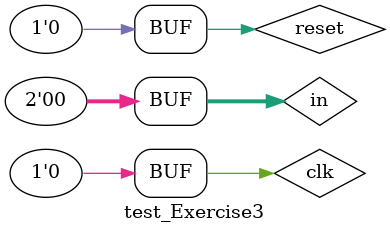
<source format=v>
`timescale 1ns/1ns

module test_Exercise3;
	reg clk;
	reg [1:0] in; //1 num, 0 pos
	reg reset;
	wire [6:0] HEX5, HEX4, HEX3, HEX2, HEX1, HEX0;
	wire [3:0] num;
	wire [3:0] addr;
	
	Exercise3 Exercise3_test(.KEY(in), .CLOCK_50(clk), .reset(reset), .num(num), .addr(addr), .HEX5(HEX5), .HEX4(HEX4), 
					.HEX3(HEX3), .HEX2(HEX2),.HEX1(HEX1), .HEX0(HEX0));
	
	initial begin
		clk = 0;
		repeat (150) #10 clk = !clk; //20ns 0.1s
	end
	
		
	initial begin
		reset = 1;
		#20 reset = !reset; //reset

		in = 2'b00;
		repeat (4)
			#20 in[1] = !in[1]; //pos 0, num 2

		repeat (2)
			#40 in[0] = !in[0]; //pos 1, num 0

		repeat (8)
			#20 in[1] = !in[1]; //pos 1, num 4
		
		repeat (2)
			#40 in[0] = !in[0]; //pos 2, num 0
			
		repeat (4)
			#40 in[0] = !in[0]; //pos 3, num 0

		repeat (10)
			#20 in[1] = !in[1]; //pos 3, num 5

		repeat (2)
			#40 in[0] = !in[0]; //pos 4, num 0

		repeat (4)
			#20 in[1] = !in[1]; //pos 4, num 2

		repeat (2)
			#40 in[0] = !in[0]; //pos 5, num 0
			
		repeat (2)
			#40 in[0] = !in[0]; //pos 6, num 0

		repeat (4)
			#20 in[1] = !in[1]; //pos 6, num 2
			
		repeat (2)
			#40 in[0] = !in[0]; //pos 2, num 0
	end
endmodule

</source>
